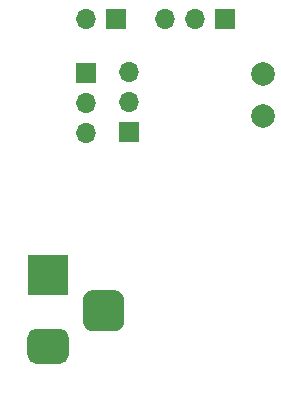
<source format=gbs>
%TF.GenerationSoftware,KiCad,Pcbnew,(5.1.6-0-10_14)*%
%TF.CreationDate,2021-10-07T10:19:15+09:00*%
%TF.ProjectId,peltier,70656c74-6965-4722-9e6b-696361645f70,rev?*%
%TF.SameCoordinates,Original*%
%TF.FileFunction,Soldermask,Bot*%
%TF.FilePolarity,Negative*%
%FSLAX46Y46*%
G04 Gerber Fmt 4.6, Leading zero omitted, Abs format (unit mm)*
G04 Created by KiCad (PCBNEW (5.1.6-0-10_14)) date 2021-10-07 10:19:15*
%MOMM*%
%LPD*%
G01*
G04 APERTURE LIST*
%ADD10O,1.700000X1.700000*%
%ADD11R,1.700000X1.700000*%
%ADD12R,3.500000X3.500000*%
%ADD13C,2.000000*%
G04 APERTURE END LIST*
D10*
%TO.C,J1*%
X165135000Y-36950000D03*
D11*
X167675000Y-36950000D03*
%TD*%
D10*
%TO.C,J2*%
X168800000Y-41420000D03*
X168800000Y-43960000D03*
D11*
X168800000Y-46500000D03*
%TD*%
%TO.C,J3*%
X165150000Y-41450000D03*
D10*
X165150000Y-43990000D03*
X165150000Y-46530000D03*
%TD*%
%TO.C,J5*%
X171870000Y-36950000D03*
X174410000Y-36950000D03*
D11*
X176950000Y-36950000D03*
%TD*%
D12*
%TO.C,J6*%
X161940000Y-58620000D03*
G36*
G01*
X162940000Y-66120000D02*
X160940000Y-66120000D01*
G75*
G02*
X160190000Y-65370000I0J750000D01*
G01*
X160190000Y-63870000D01*
G75*
G02*
X160940000Y-63120000I750000J0D01*
G01*
X162940000Y-63120000D01*
G75*
G02*
X163690000Y-63870000I0J-750000D01*
G01*
X163690000Y-65370000D01*
G75*
G02*
X162940000Y-66120000I-750000J0D01*
G01*
G37*
G36*
G01*
X167515000Y-63370000D02*
X165765000Y-63370000D01*
G75*
G02*
X164890000Y-62495000I0J875000D01*
G01*
X164890000Y-60745000D01*
G75*
G02*
X165765000Y-59870000I875000J0D01*
G01*
X167515000Y-59870000D01*
G75*
G02*
X168390000Y-60745000I0J-875000D01*
G01*
X168390000Y-62495000D01*
G75*
G02*
X167515000Y-63370000I-875000J0D01*
G01*
G37*
%TD*%
D13*
%TO.C,J4*%
X180150000Y-45100000D03*
X180150000Y-41600000D03*
%TD*%
M02*

</source>
